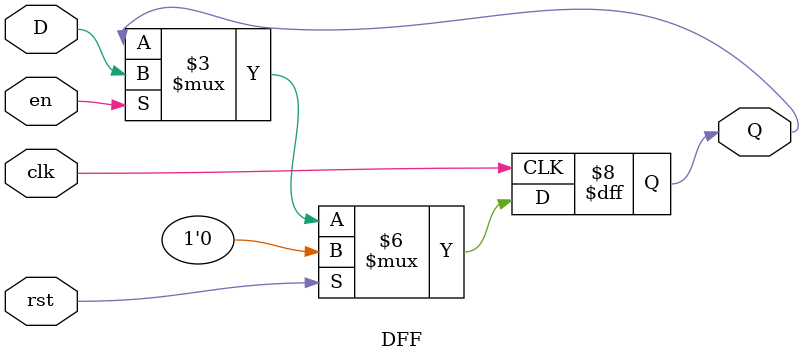
<source format=v>
module Mealy(input A, B, carry, en, rst, clk, output S, cout);
    wire cin, x1, x2, x3;
    wire w0, w1, w2, w3, w4, w5, w6;

	//  Cin value
    DFF A0(carry, clk, rst, en, cin);

	// XOR A and B
    and(w0, A, B);
    or (w1, A, B);
    not(w2, w0);
    and(w3, w2, w1);
	// XOR A, B, and CIN
    and(w4, w3, cin);
    or (w5, w3, cin);
    not(w6, w4);
    and(S, w6, w5);
	// Perform operation on inputs
    and A2(x1, A, B);
    and A3(x2, A, cin);
    and A4(x3, B, cin);
    or A5(cout, x1, x2, x3);
endmodule 


module DFF(input D, clk, rst, en, output reg Q);
    initial
    begin
    Q <= 0;
    end
    always @(posedge clk) begin
    if(rst) Q <= 0;
    else if(en) Q <= D;
    end
endmodule 
</source>
